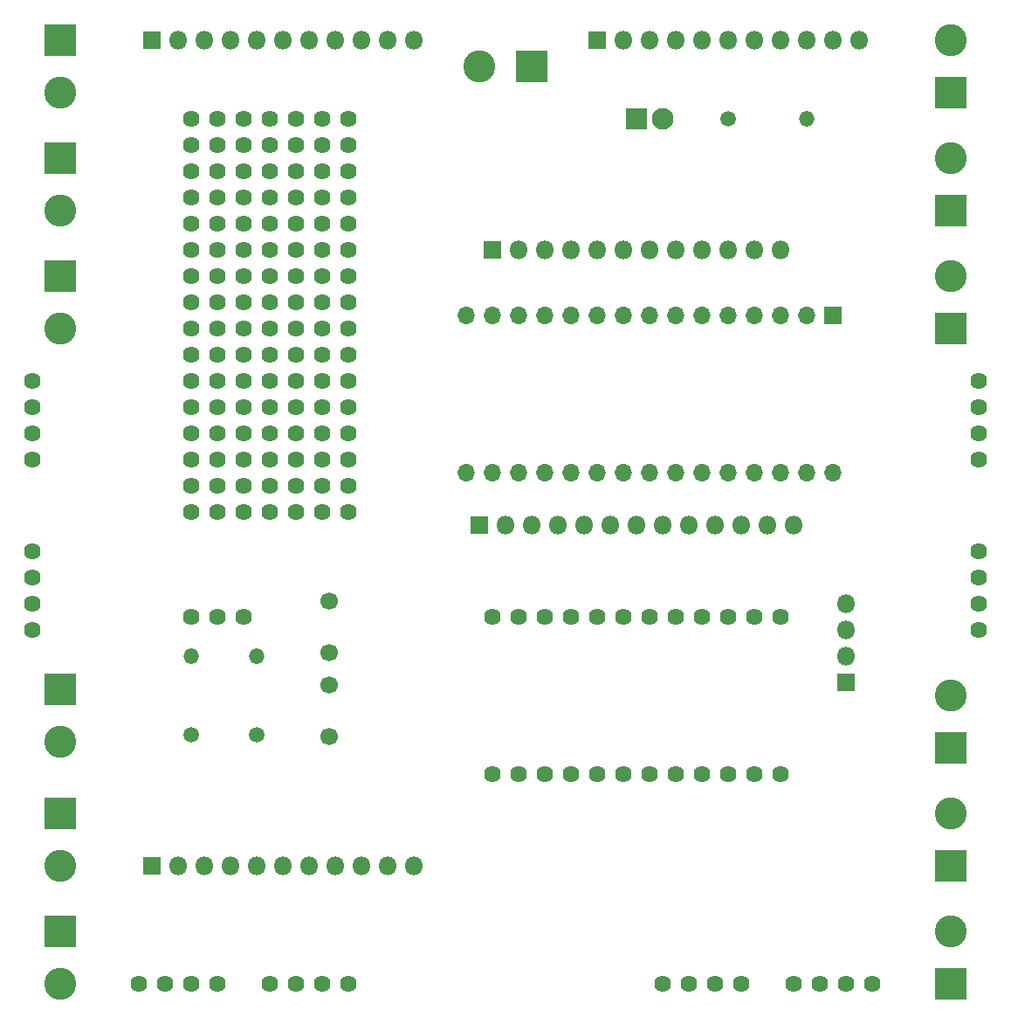
<source format=gbr>
%TF.GenerationSoftware,KiCad,Pcbnew,(5.1.6)-1*%
%TF.CreationDate,2020-11-05T12:41:25-06:00*%
%TF.ProjectId,power_board,706f7765-725f-4626-9f61-72642e6b6963,rev?*%
%TF.SameCoordinates,Original*%
%TF.FileFunction,Soldermask,Bot*%
%TF.FilePolarity,Negative*%
%FSLAX46Y46*%
G04 Gerber Fmt 4.6, Leading zero omitted, Abs format (unit mm)*
G04 Created by KiCad (PCBNEW (5.1.6)-1) date 2020-11-05 12:41:25*
%MOMM*%
%LPD*%
G01*
G04 APERTURE LIST*
%ADD10C,1.624000*%
%ADD11C,3.100000*%
%ADD12R,3.100000X3.100000*%
%ADD13O,1.500000X1.500000*%
%ADD14C,1.500000*%
%ADD15R,1.700000X1.700000*%
%ADD16O,1.700000X1.700000*%
%ADD17C,1.700000*%
%ADD18C,2.100000*%
%ADD19R,2.100000X2.100000*%
%ADD20O,1.800000X1.800000*%
%ADD21R,1.800000X1.800000*%
G04 APERTURE END LIST*
D10*
%TO.C,U1*%
X241300000Y-97790000D03*
X238760000Y-97790000D03*
X243840000Y-97790000D03*
X233680000Y-97790000D03*
X231140000Y-97790000D03*
X228600000Y-97790000D03*
X226060000Y-97790000D03*
X226060000Y-113030000D03*
X228600000Y-113030000D03*
X231140000Y-113030000D03*
X233680000Y-113030000D03*
X251460000Y-97790000D03*
X236220000Y-113030000D03*
X238760000Y-113030000D03*
X241300000Y-113030000D03*
X243840000Y-113030000D03*
X246380000Y-113030000D03*
X248920000Y-113030000D03*
X251460000Y-113030000D03*
X254000000Y-113030000D03*
X236220000Y-97790000D03*
X246380000Y-97790000D03*
X248920000Y-97790000D03*
X254000000Y-97790000D03*
%TD*%
D11*
%TO.C,J24*%
X270510000Y-64770000D03*
D12*
X270510000Y-69850000D03*
%TD*%
D11*
%TO.C,J23*%
X184150000Y-58420000D03*
D12*
X184150000Y-53340000D03*
%TD*%
D11*
%TO.C,J22*%
X270510000Y-53340000D03*
D12*
X270510000Y-58420000D03*
%TD*%
D11*
%TO.C,J21*%
X184150000Y-69850000D03*
D12*
X184150000Y-64770000D03*
%TD*%
D11*
%TO.C,J20*%
X184150000Y-46990000D03*
D12*
X184150000Y-41910000D03*
%TD*%
D11*
%TO.C,J19*%
X270510000Y-41910000D03*
D12*
X270510000Y-46990000D03*
%TD*%
D11*
%TO.C,J11*%
X270510000Y-128270000D03*
D12*
X270510000Y-133350000D03*
%TD*%
D11*
%TO.C,J10*%
X270510000Y-105410000D03*
D12*
X270510000Y-110490000D03*
%TD*%
D11*
%TO.C,J9*%
X184150000Y-109935001D03*
D12*
X184150000Y-104855001D03*
%TD*%
D11*
%TO.C,J8*%
X184150000Y-121920000D03*
D12*
X184150000Y-116840000D03*
%TD*%
D11*
%TO.C,J7*%
X184150000Y-133350000D03*
D12*
X184150000Y-128270000D03*
%TD*%
D11*
%TO.C,J6*%
X270510000Y-116840000D03*
D12*
X270510000Y-121920000D03*
%TD*%
D11*
%TO.C,J2*%
X224790000Y-44450000D03*
D12*
X229870000Y-44450000D03*
%TD*%
D10*
%TO.C,U2*%
X196850000Y-97790000D03*
X199390000Y-97790000D03*
X201930000Y-97790000D03*
%TD*%
%TO.C,sensor_8*%
X191770000Y-133350000D03*
X194310000Y-133350000D03*
X196850000Y-133350000D03*
X199390000Y-133350000D03*
%TD*%
%TO.C,sensor_7*%
X204470000Y-133350000D03*
X207010000Y-133350000D03*
X209550000Y-133350000D03*
X212090000Y-133350000D03*
%TD*%
%TO.C,sensor_6*%
X242570000Y-133350000D03*
X245110000Y-133350000D03*
X247650000Y-133350000D03*
X250190000Y-133350000D03*
%TD*%
%TO.C,sensor_5*%
X255270000Y-133350000D03*
X257810000Y-133350000D03*
X260350000Y-133350000D03*
X262890000Y-133350000D03*
%TD*%
%TO.C,sensor_4*%
X273205000Y-99060000D03*
X273205000Y-96520000D03*
X273205000Y-93980000D03*
X273205000Y-91440000D03*
%TD*%
%TO.C,sensor_3*%
X273205000Y-82550000D03*
X273205000Y-80010000D03*
X273205000Y-77470000D03*
X273205000Y-74930000D03*
%TD*%
%TO.C,sensor_2*%
X181455000Y-74930000D03*
X181455000Y-77470000D03*
X181455000Y-80010000D03*
X181455000Y-82550000D03*
%TD*%
%TO.C,sensor_1*%
X181455000Y-91440000D03*
X181455000Y-93980000D03*
X181455000Y-96520000D03*
X181455000Y-99060000D03*
%TD*%
D13*
%TO.C,R3*%
X203200000Y-101600000D03*
D14*
X203200000Y-109220000D03*
%TD*%
D13*
%TO.C,R2*%
X196850000Y-101600000D03*
D14*
X196850000Y-109220000D03*
%TD*%
D13*
%TO.C,R1*%
X256540000Y-49530000D03*
D14*
X248920000Y-49530000D03*
%TD*%
D10*
%TO.C,U3*%
X196850000Y-49530000D03*
X196850000Y-85090000D03*
X196850000Y-82550000D03*
X196850000Y-87630000D03*
X196850000Y-72390000D03*
X196850000Y-77470000D03*
X196850000Y-74930000D03*
X196850000Y-80010000D03*
X196850000Y-62230000D03*
X196850000Y-57150000D03*
X196850000Y-59690000D03*
X196850000Y-54610000D03*
X196850000Y-64770000D03*
X196850000Y-67310000D03*
X196850000Y-69850000D03*
X196850000Y-52070000D03*
X199390000Y-49530000D03*
X199390000Y-85090000D03*
X199390000Y-82550000D03*
X199390000Y-87630000D03*
X199390000Y-72390000D03*
X199390000Y-77470000D03*
X199390000Y-74930000D03*
X199390000Y-80010000D03*
X199390000Y-62230000D03*
X199390000Y-57150000D03*
X199390000Y-59690000D03*
X199390000Y-54610000D03*
X199390000Y-64770000D03*
X199390000Y-67310000D03*
X199390000Y-69850000D03*
X199390000Y-52070000D03*
X201930000Y-49530000D03*
X201930000Y-85090000D03*
X201930000Y-82550000D03*
X201930000Y-87630000D03*
X201930000Y-72390000D03*
X201930000Y-77470000D03*
X201930000Y-74930000D03*
X201930000Y-80010000D03*
X201930000Y-62230000D03*
X201930000Y-57150000D03*
X201930000Y-59690000D03*
X201930000Y-54610000D03*
X201930000Y-64770000D03*
X201930000Y-67310000D03*
X201930000Y-69850000D03*
X201930000Y-52070000D03*
X204470000Y-49530000D03*
X204470000Y-85090000D03*
X204470000Y-82550000D03*
X204470000Y-87630000D03*
X204470000Y-72390000D03*
X204470000Y-77470000D03*
X204470000Y-74930000D03*
X204470000Y-80010000D03*
X204470000Y-62230000D03*
X204470000Y-57150000D03*
X204470000Y-59690000D03*
X204470000Y-54610000D03*
X204470000Y-64770000D03*
X204470000Y-67310000D03*
X204470000Y-69850000D03*
X204470000Y-52070000D03*
X207010000Y-49530000D03*
X207010000Y-85090000D03*
X207010000Y-82550000D03*
X207010000Y-87630000D03*
X207010000Y-72390000D03*
X207010000Y-77470000D03*
X207010000Y-74930000D03*
X207010000Y-80010000D03*
X207010000Y-62230000D03*
X207010000Y-57150000D03*
X207010000Y-59690000D03*
X207010000Y-54610000D03*
X207010000Y-64770000D03*
X207010000Y-67310000D03*
X207010000Y-69850000D03*
X207010000Y-52070000D03*
X209550000Y-49530000D03*
X209550000Y-85090000D03*
X209550000Y-82550000D03*
X209550000Y-87630000D03*
X209550000Y-72390000D03*
X209550000Y-77470000D03*
X209550000Y-74930000D03*
X209550000Y-80010000D03*
X209550000Y-62230000D03*
X209550000Y-57150000D03*
X209550000Y-59690000D03*
X209550000Y-54610000D03*
X209550000Y-64770000D03*
X209550000Y-67310000D03*
X209550000Y-69850000D03*
X209550000Y-52070000D03*
X212090000Y-49530000D03*
X212090000Y-52070000D03*
X212090000Y-54610000D03*
X212090000Y-57150000D03*
X212090000Y-59690000D03*
X212090000Y-62230000D03*
X212090000Y-64770000D03*
X212090000Y-67310000D03*
X212090000Y-69850000D03*
X212090000Y-72390000D03*
X212090000Y-74930000D03*
X212090000Y-77470000D03*
X212090000Y-80010000D03*
X212090000Y-82550000D03*
X212090000Y-85090000D03*
X212090000Y-87630000D03*
%TD*%
D15*
%TO.C,A1*%
X259080000Y-68580000D03*
D16*
X226060000Y-83820000D03*
X256540000Y-68580000D03*
X228600000Y-83820000D03*
X254000000Y-68580000D03*
X231140000Y-83820000D03*
X251460000Y-68580000D03*
X233680000Y-83820000D03*
X248920000Y-68580000D03*
X236220000Y-83820000D03*
X246380000Y-68580000D03*
X238760000Y-83820000D03*
X243840000Y-68580000D03*
X241300000Y-83820000D03*
X241300000Y-68580000D03*
X243840000Y-83820000D03*
X238760000Y-68580000D03*
X246380000Y-83820000D03*
X236220000Y-68580000D03*
X248920000Y-83820000D03*
X233680000Y-68580000D03*
X251460000Y-83820000D03*
X231140000Y-68580000D03*
X254000000Y-83820000D03*
X228600000Y-68580000D03*
X256540000Y-83820000D03*
X226060000Y-68580000D03*
X259080000Y-83820000D03*
X223520000Y-68580000D03*
X223520000Y-83820000D03*
%TD*%
D17*
%TO.C,C1*%
X210225001Y-101264999D03*
X210225001Y-96264999D03*
%TD*%
%TO.C,C2*%
X210225001Y-104414999D03*
X210225001Y-109414999D03*
%TD*%
D18*
%TO.C,D1*%
X242570000Y-49530000D03*
D19*
X240030000Y-49530000D03*
%TD*%
D20*
%TO.C,J1*%
X260350000Y-96520000D03*
X260350000Y-99060000D03*
X260350000Y-101600000D03*
D21*
X260350000Y-104140000D03*
%TD*%
%TO.C,J3*%
X226060000Y-62230000D03*
D20*
X228600000Y-62230000D03*
X231140000Y-62230000D03*
X233680000Y-62230000D03*
X236220000Y-62230000D03*
X238760000Y-62230000D03*
X241300000Y-62230000D03*
X243840000Y-62230000D03*
X246380000Y-62230000D03*
X248920000Y-62230000D03*
X251460000Y-62230000D03*
X254000000Y-62230000D03*
%TD*%
D21*
%TO.C,J4*%
X224790000Y-88900000D03*
D20*
X227330000Y-88900000D03*
X229870000Y-88900000D03*
X232410000Y-88900000D03*
X234950000Y-88900000D03*
X237490000Y-88900000D03*
X240030000Y-88900000D03*
X242570000Y-88900000D03*
X245110000Y-88900000D03*
X247650000Y-88900000D03*
X250190000Y-88900000D03*
X252730000Y-88900000D03*
X255270000Y-88900000D03*
%TD*%
D21*
%TO.C,J5*%
X193040000Y-41910000D03*
D20*
X195580000Y-41910000D03*
X198120000Y-41910000D03*
X200660000Y-41910000D03*
X203200000Y-41910000D03*
X205740000Y-41910000D03*
X208280000Y-41910000D03*
X210820000Y-41910000D03*
X213360000Y-41910000D03*
X215900000Y-41910000D03*
X218440000Y-41910000D03*
%TD*%
D21*
%TO.C,J18*%
X236220000Y-41910000D03*
D20*
X238760000Y-41910000D03*
X241300000Y-41910000D03*
X243840000Y-41910000D03*
X246380000Y-41910000D03*
X248920000Y-41910000D03*
X251460000Y-41910000D03*
X254000000Y-41910000D03*
X256540000Y-41910000D03*
X259080000Y-41910000D03*
X261620000Y-41910000D03*
%TD*%
%TO.C,J31*%
X218440000Y-121920000D03*
X215900000Y-121920000D03*
X213360000Y-121920000D03*
X210820000Y-121920000D03*
X208280000Y-121920000D03*
X205740000Y-121920000D03*
X203200000Y-121920000D03*
X200660000Y-121920000D03*
X198120000Y-121920000D03*
X195580000Y-121920000D03*
D21*
X193040000Y-121920000D03*
%TD*%
M02*

</source>
